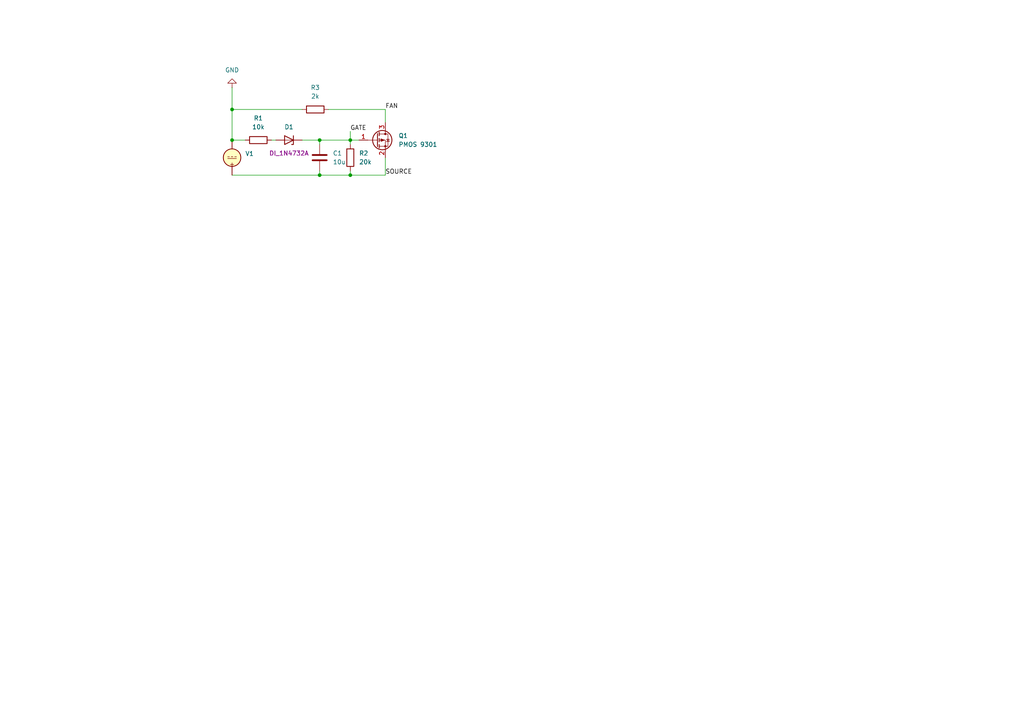
<source format=kicad_sch>
(kicad_sch (version 20241209) (generator "eeschema") (generator_version "9.0")
  (paper "A4")
  (lib_symbols
    (symbol "Device:C" (pin_numbers (hide yes)) (pin_names (offset 0.254))
      (property "Reference" "C" (at 0.635 2.54 0))
      (property "Value" "C" (at 0.635 -2.54 0))
      (symbol "C_0_1"
        (polyline (pts (xy -2.032 0.762) (xy 2.032 0.762)) (stroke (width 0.508)))
        (polyline (pts (xy -2.032 -0.762) (xy 2.032 -0.762)) (stroke (width 0.508)))
      )
      (symbol "C_1_1"
        (pin passive line (at 0 3.81 270) (length 2.794) (name "~") (number "1"))
        (pin passive line (at 0 -3.81 90) (length 2.794) (name "~") (number "2"))
      )
    )
    (symbol "Device:D_Zener" (pin_numbers (hide yes)) (pin_names (offset 1.016) (hide yes))
      (property "Reference" "D" (at 0 2.54 0))
      (property "Value" "D_Zener" (at 0 -2.54 0))
      (symbol "D_Zener_0_1"
        (polyline (pts (xy -1.27 -1.27) (xy -1.27 1.27) (xy -0.762 1.27)) (stroke (width 0.254)))
        (polyline (pts (xy 1.27 0) (xy -1.27 0)))
        (polyline (pts (xy 1.27 -1.27) (xy 1.27 1.27) (xy -1.27 0) (xy 1.27 -1.27)) (stroke (width 0.254)))
      )
      (symbol "D_Zener_1_1"
        (pin passive line (at -3.81 0 0) (length 2.54) (name "K") (number "1"))
        (pin passive line (at 3.81 0 180) (length 2.54) (name "A") (number "2"))
      )
    )
    (symbol "Device:R" (pin_numbers (hide yes)) (pin_names (offset 0))
      (property "Reference" "R" (at 2.032 0 90))
      (property "Value" "R" (at 0 0 90))
      (symbol "R_0_1"
        (rectangle (start -1.016 -2.54) (end 1.016 2.54) (stroke (width 0.254)))
      )
      (symbol "R_1_1"
        (pin passive line (at 0 3.81 270) (length 1.27) (name "~") (number "1"))
        (pin passive line (at 0 -3.81 90) (length 1.27) (name "~") (number "2"))
      )
    )
    (symbol "Simulation_SPICE:VDC" (pin_numbers (hide yes)) (pin_names (offset 0.0254))
      (property "Reference" "V" (at 2.54 2.54 0))
      (property "Value" "1" (at 2.54 0 0))
      (symbol "VDC_0_0"
        (polyline (pts (xy -1.27 0.254) (xy 1.27 0.254)))
        (polyline (pts (xy -0.762 -0.254) (xy -1.27 -0.254)))
        (polyline (pts (xy 0.254 -0.254) (xy -0.254 -0.254)))
        (polyline (pts (xy 1.27 -0.254) (xy 0.762 -0.254)))
        (text "+" (at 0 1.905 0) (effects (font (size 1.27 1.27))))
      )
      (symbol "VDC_0_1"
        (circle (center 0 0) (radius 2.54) (stroke (width 0.254)) (fill (type background)))
      )
      (symbol "VDC_1_1"
        (pin passive line (at 0 5.08 270) (length 2.54) (name "~") (number "1"))
        (pin passive line (at 0 -5.08 90) (length 2.54) (name "~") (number "2"))
      )
    )
    (symbol "Transistor_FET:IRLML9301" (pin_names (hide yes))
      (property "Reference" "Q" (at 5.08 1.905 0))
      (property "Value" "IRLML9301" (at 5.08 0 0))
      (symbol "IRLML9301_0_1"
        (polyline (pts (xy 0.254 1.905) (xy 0.254 -1.905)) (stroke (width 0.254)))
        (polyline (pts (xy 0.254 0) (xy -2.54 0)))
        (polyline (pts (xy 0.762 2.286) (xy 0.762 1.27)) (stroke (width 0.254)))
        (polyline (pts (xy 0.762 1.778) (xy 3.302 1.778) (xy 3.302 -1.778) (xy 0.762 -1.778)))
        (polyline (pts (xy 0.762 0.508) (xy 0.762 -0.508)) (stroke (width 0.254)))
        (polyline (pts (xy 0.762 -1.27) (xy 0.762 -2.286)) (stroke (width 0.254)))
        (circle (center 1.651 0) (radius 2.794) (stroke (width 0.254)))
        (polyline (pts (xy 2.286 0) (xy 1.27 0.381) (xy 1.27 -0.381) (xy 2.286 0)) (fill (type outline)))
        (polyline (pts (xy 2.54 2.54) (xy 2.54 1.778)))
        (circle (center 2.54 1.778) (radius 0.254) (fill (type outline)))
        (circle (center 2.54 -1.778) (radius 0.254) (fill (type outline)))
        (polyline (pts (xy 2.54 -2.54) (xy 2.54 0) (xy 0.762 0)))
        (polyline (pts (xy 2.794 -0.508) (xy 2.921 -0.381) (xy 3.683 -0.381) (xy 3.81 -0.254)))
        (polyline (pts (xy 3.302 -0.381) (xy 2.921 0.254) (xy 3.683 0.254) (xy 3.302 -0.381)))
      )
      (symbol "IRLML9301_1_1"
        (pin input line (at -5.08 0 0) (length 2.54) (name "G") (number "1"))
        (pin passive line (at 2.54 5.08 270) (length 2.54) (name "D") (number "3"))
        (pin passive line (at 2.54 -5.08 90) (length 2.54) (name "S") (number "2"))
      )
    )
    (symbol "power:GND" (power) (pin_numbers (hide yes)) (pin_names (offset 0) (hide yes))
      (property "Value" "GND" (at 0 -3.81 0))
      (symbol "GND_0_1"
        (polyline (pts (xy 0 0) (xy 0 -1.27) (xy 1.27 -1.27) (xy 0 -2.54) (xy -1.27 -1.27) (xy 0 -1.27)))
      )
      (symbol "GND_1_1"
        (pin power_in line (at 0 0 270) (length 0) (name "~") (number "1"))
      )
    )
  )
  (junction (at 101.6 40.64))
  (junction (at 67.31 40.64))
  (junction (at 92.71 40.64))
  (junction (at 101.6 50.8))
  (junction (at 92.71 50.8))
  (junction (at 67.31 31.75))
  (wire (pts (xy 101.6 40.64) (xy 104.14 40.64)))
  (wire (pts (xy 78.74 40.64) (xy 80.01 40.64)))
  (wire (pts (xy 71.12 40.64) (xy 67.31 40.64)))
  (wire (pts (xy 95.25 31.75) (xy 111.76 31.75)))
  (wire (pts (xy 101.6 49.53) (xy 101.6 50.8)))
  (wire (pts (xy 92.71 50.8) (xy 101.6 50.8)))
  (wire (pts (xy 101.6 38.1) (xy 101.6 40.64)))
  (wire (pts (xy 87.63 40.64) (xy 92.71 40.64)))
  (wire (pts (xy 92.71 40.64) (xy 101.6 40.64)))
  (wire (pts (xy 67.31 50.8) (xy 92.71 50.8)))
  (wire (pts (xy 92.71 49.53) (xy 92.71 50.8)))
  (wire (pts (xy 111.76 31.75) (xy 111.76 35.56)))
  (wire (pts (xy 67.31 31.75) (xy 87.63 31.75)))
  (wire (pts (xy 92.71 41.91) (xy 92.71 40.64)))
  (wire (pts (xy 101.6 41.91) (xy 101.6 40.64)))
  (wire (pts (xy 67.31 31.75) (xy 67.31 40.64)))
  (wire (pts (xy 67.31 25.4) (xy 67.31 31.75)))
  (wire (pts (xy 101.6 50.8) (xy 111.76 50.8)))
  (wire (pts (xy 111.76 45.72) (xy 111.76 50.8)))
  (label "FAN" (at 111.76 31.75 0))
  (label "GATE" (at 101.6 38.1 0))
  (label "SOURCE" (at 111.76 50.8 0))
  (symbol (lib_id "Device:C") (at 92.71 45.72 0) (unit 1)
    (property "Reference" "C1" (at 96.52 44.4499 0) (effects (justify left)))
    (property "Value" "10u" (at 96.52 46.9899 0) (effects (justify left)))
    (property "Footprint" "Capacitor_SMD:C_1210_3225Metric" (effects (hide yes)))
    (property "Description" "Unpolarized capacitor" (effects (hide yes)))
    (property "Sim.Device" "C" (effects (hide yes)))
    (property "Sim.Pins" "1=+ 2=-" (effects (hide yes)))
  )
  (symbol (lib_id "Device:D_Zener") (at 83.82 40.64 180) (unit 1)
    (property "Reference" "D1" (at 83.82 36.83 0))
    (property "Value" "D_Zener" (effects (hide yes)))
    (property "Footprint" "Diode_THT:D_5W_P12.70mm_Horizontal" (effects (hide yes)))
    (property "Description" "Zener diode" (effects (hide yes)))
    (property "Sim.Device" "SUBCKT" (effects (hide yes)))
    (property "Sim.Pins" "1=2 2=1" (effects (hide yes)))
    (property "Sim.Library" "/Users/stasstarcha/Downloads/zener.lib" (effects (hide yes)))
    (property "Sim.Name" "DI_1N4732A" (at 83.82 44.45 0))
  )
  (symbol (lib_id "Device:R") (at 74.93 40.64 270) (unit 1)
    (property "Reference" "R1" (at 74.93 34.29 90))
    (property "Value" "10k" (at 74.93 36.83 90))
    (property "Footprint" "Resistor_SMD:R_1206_3216Metric" (effects (hide yes)))
    (property "Description" "Resistor" (effects (hide yes)))
    (property "Sim.Device" "R" (effects (hide yes)))
    (property "Sim.Pins" "1=+ 2=-" (effects (hide yes)))
  )
  (symbol (lib_id "Device:R") (at 91.44 31.75 270) (unit 1)
    (property "Reference" "R3" (at 91.44 25.4 90))
    (property "Value" "2k" (at 91.44 27.94 90))
    (property "Footprint" "Resistor_SMD:R_1206_3216Metric" (effects (hide yes)))
    (property "Description" "Resistor" (effects (hide yes)))
    (property "Sim.Device" "R" (effects (hide yes)))
    (property "Sim.Pins" "1=+ 2=-" (effects (hide yes)))
  )
  (symbol (lib_id "Simulation_SPICE:VDC") (at 67.31 45.72 180) (unit 1)
    (property "Reference" "V1" (at 71.12 44.5797 0) (effects (justify right)))
    (property "Value" "${SIM.PARAMS}" (effects (hide yes)))
    (property "Datasheet" "https://ngspice.sourceforge.io/docs/ngspice-html-manual/manual.xhtml#sec_Independent_Sources_for" (effects (hide yes)))
    (property "Description" "Voltage source, DC" (effects (hide yes)))
    (property "Sim.Pins" "1=+ 2=-" (effects (hide yes)))
    (property "Sim.Type" "PULSE" (effects (hide yes)))
    (property "Sim.Device" "V" (effects (hide yes)))
    (property "Sim.Params" "y1=0 y2=12 td=0 tr=5 tf=1 tw=0 per=0 np=1" (effects (hide yes)))
  )
  (symbol (lib_id "Device:R") (at 101.6 45.72 180) (unit 1)
    (property "Reference" "R2" (at 104.14 44.4499 0) (effects (justify right)))
    (property "Value" "20k" (at 104.14 46.9899 0) (effects (justify right)))
    (property "Footprint" "Resistor_SMD:R_1206_3216Metric" (effects (hide yes)))
    (property "Description" "Resistor" (effects (hide yes)))
    (property "Sim.Device" "R" (effects (hide yes)))
    (property "Sim.Pins" "1=+ 2=-" (effects (hide yes)))
  )
  (symbol (lib_id "power:GND") (at 67.31 25.4 180) (unit 1)
    (property "Reference" "#PWR01" (effects (hide yes)))
    (property "Value" "GND" (at 67.31 20.32 0))
    (property "Description" "Power symbol creates a global label with name \"GND\" , ground" (effects (hide yes)))
  )
  (symbol (lib_id "Transistor_FET:IRLML9301") (at 109.22 40.64 0) (unit 1)
    (property "Reference" "Q1" (at 115.57 39.3699 0) (effects (justify left)))
    (property "Value" "PMOS 9301" (at 115.57 41.9099 0) (effects (justify left)))
    (property "Footprint" "Package_TO_SOT_SMD:SOT-23" (effects (hide yes)))
    (property "Datasheet" "https://www.infineon.com/dgdl/irlml9301pbf.pdf?fileId=5546d462533600a401535668e5e42640" (effects (hide yes)))
    (property "Description" "-3.6A Id, -30V Vds, 64mOhm Rds, P-Channel HEXFET Power MOSFET, SOT-23" (effects (hide yes)))
    (property "Sim.Device" "PMOS" (effects (hide yes)))
    (property "Sim.Type" "VDMOS" (effects (hide yes)))
    (property "Sim.Pins" "1=G 2=S 3=D" (effects (hide yes)))
    (property "Sim.Params" "vto=-2.3" (effects (hide yes)))
  )
)
</source>
